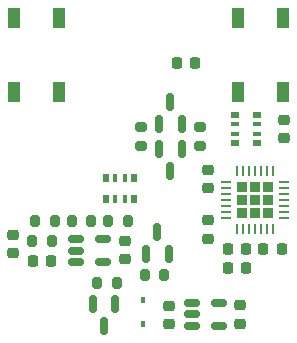
<source format=gtp>
%TF.GenerationSoftware,KiCad,Pcbnew,(6.0.0-0)*%
%TF.CreationDate,2022-10-20T15:52:37+11:00*%
%TF.ProjectId,WLED_Controller,574c4544-5f43-46f6-9e74-726f6c6c6572,rev?*%
%TF.SameCoordinates,Original*%
%TF.FileFunction,Paste,Top*%
%TF.FilePolarity,Positive*%
%FSLAX46Y46*%
G04 Gerber Fmt 4.6, Leading zero omitted, Abs format (unit mm)*
G04 Created by KiCad (PCBNEW (6.0.0-0)) date 2022-10-20 15:52:37*
%MOMM*%
%LPD*%
G01*
G04 APERTURE LIST*
G04 Aperture macros list*
%AMRoundRect*
0 Rectangle with rounded corners*
0 $1 Rounding radius*
0 $2 $3 $4 $5 $6 $7 $8 $9 X,Y pos of 4 corners*
0 Add a 4 corners polygon primitive as box body*
4,1,4,$2,$3,$4,$5,$6,$7,$8,$9,$2,$3,0*
0 Add four circle primitives for the rounded corners*
1,1,$1+$1,$2,$3*
1,1,$1+$1,$4,$5*
1,1,$1+$1,$6,$7*
1,1,$1+$1,$8,$9*
0 Add four rect primitives between the rounded corners*
20,1,$1+$1,$2,$3,$4,$5,0*
20,1,$1+$1,$4,$5,$6,$7,0*
20,1,$1+$1,$6,$7,$8,$9,0*
20,1,$1+$1,$8,$9,$2,$3,0*%
G04 Aperture macros list end*
%ADD10R,0.800000X0.500000*%
%ADD11R,0.800000X0.400000*%
%ADD12R,0.500000X0.800000*%
%ADD13R,0.400000X0.800000*%
%ADD14RoundRect,0.225000X-0.250000X0.225000X-0.250000X-0.225000X0.250000X-0.225000X0.250000X0.225000X0*%
%ADD15RoundRect,0.225000X-0.225000X-0.250000X0.225000X-0.250000X0.225000X0.250000X-0.225000X0.250000X0*%
%ADD16RoundRect,0.200000X-0.275000X0.200000X-0.275000X-0.200000X0.275000X-0.200000X0.275000X0.200000X0*%
%ADD17RoundRect,0.200000X-0.200000X-0.275000X0.200000X-0.275000X0.200000X0.275000X-0.200000X0.275000X0*%
%ADD18RoundRect,0.150000X-0.512500X-0.150000X0.512500X-0.150000X0.512500X0.150000X-0.512500X0.150000X0*%
%ADD19RoundRect,0.225000X0.225000X0.250000X-0.225000X0.250000X-0.225000X-0.250000X0.225000X-0.250000X0*%
%ADD20RoundRect,0.225000X0.250000X-0.225000X0.250000X0.225000X-0.250000X0.225000X-0.250000X-0.225000X0*%
%ADD21RoundRect,0.225000X-0.225000X-0.225000X0.225000X-0.225000X0.225000X0.225000X-0.225000X0.225000X0*%
%ADD22RoundRect,0.062500X-0.337500X-0.062500X0.337500X-0.062500X0.337500X0.062500X-0.337500X0.062500X0*%
%ADD23RoundRect,0.062500X-0.062500X-0.337500X0.062500X-0.337500X0.062500X0.337500X-0.062500X0.337500X0*%
%ADD24R,0.450000X0.600000*%
%ADD25RoundRect,0.200000X0.275000X-0.200000X0.275000X0.200000X-0.275000X0.200000X-0.275000X-0.200000X0*%
%ADD26R,1.000000X1.700000*%
%ADD27RoundRect,0.218750X-0.256250X0.218750X-0.256250X-0.218750X0.256250X-0.218750X0.256250X0.218750X0*%
%ADD28RoundRect,0.150000X0.150000X-0.587500X0.150000X0.587500X-0.150000X0.587500X-0.150000X-0.587500X0*%
%ADD29RoundRect,0.200000X0.200000X0.275000X-0.200000X0.275000X-0.200000X-0.275000X0.200000X-0.275000X0*%
%ADD30RoundRect,0.150000X-0.150000X0.587500X-0.150000X-0.587500X0.150000X-0.587500X0.150000X0.587500X0*%
G04 APERTURE END LIST*
D10*
X69850000Y-107550000D03*
D11*
X69850000Y-109150000D03*
X69850000Y-108350000D03*
D10*
X69850000Y-109950000D03*
D11*
X71650000Y-108350000D03*
D10*
X71650000Y-107550000D03*
D11*
X71650000Y-109150000D03*
D10*
X71650000Y-109950000D03*
D12*
X58900000Y-114700000D03*
D13*
X60500000Y-114700000D03*
X59700000Y-114700000D03*
D12*
X61300000Y-114700000D03*
D13*
X59700000Y-112900000D03*
D12*
X58900000Y-112900000D03*
D13*
X60500000Y-112900000D03*
D12*
X61300000Y-112900000D03*
D14*
X67500000Y-116475000D03*
X67500000Y-118025000D03*
D15*
X72225000Y-118950000D03*
X73775000Y-118950000D03*
X69225000Y-120500000D03*
X70775000Y-120500000D03*
D16*
X61850000Y-108537500D03*
X61850000Y-110187500D03*
D17*
X52925000Y-116500000D03*
X54575000Y-116500000D03*
X59100000Y-116500000D03*
X60750000Y-116500000D03*
D18*
X66212500Y-123500000D03*
X66212500Y-124450000D03*
X66212500Y-125400000D03*
X68487500Y-125400000D03*
X68487500Y-123500000D03*
D19*
X64925000Y-103200000D03*
X66475000Y-103200000D03*
D14*
X70250000Y-123675000D03*
X70250000Y-125225000D03*
D18*
X56362500Y-118100000D03*
X56362500Y-119050000D03*
X56362500Y-120000000D03*
X58637500Y-120000000D03*
X58637500Y-118100000D03*
D20*
X60500000Y-119775000D03*
X60500000Y-118225000D03*
D21*
X70380000Y-115870000D03*
X72620000Y-113630000D03*
X71500000Y-115870000D03*
X70380000Y-113630000D03*
X72620000Y-115870000D03*
X72620000Y-114750000D03*
X70380000Y-114750000D03*
X71500000Y-113630000D03*
X71500000Y-114750000D03*
D22*
X69050000Y-113250000D03*
X69050000Y-113750000D03*
X69050000Y-114250000D03*
X69050000Y-114750000D03*
X69050000Y-115250000D03*
X69050000Y-115750000D03*
X69050000Y-116250000D03*
D23*
X70000000Y-117200000D03*
X70500000Y-117200000D03*
X71000000Y-117200000D03*
X71500000Y-117200000D03*
X72000000Y-117200000D03*
X72500000Y-117200000D03*
X73000000Y-117200000D03*
D22*
X73950000Y-116250000D03*
X73950000Y-115750000D03*
X73950000Y-115250000D03*
X73950000Y-114750000D03*
X73950000Y-114250000D03*
X73950000Y-113750000D03*
X73950000Y-113250000D03*
D23*
X73000000Y-112300000D03*
X72500000Y-112300000D03*
X72000000Y-112300000D03*
X71500000Y-112300000D03*
X71000000Y-112300000D03*
X70500000Y-112300000D03*
X70000000Y-112300000D03*
D24*
X62000000Y-125300000D03*
X62000000Y-123200000D03*
D25*
X66850000Y-110187500D03*
X66850000Y-108537500D03*
D15*
X52725000Y-119950000D03*
X54275000Y-119950000D03*
D20*
X67500000Y-113775000D03*
X67500000Y-112225000D03*
D26*
X51100000Y-105650000D03*
X51100000Y-99350000D03*
X54900000Y-105650000D03*
X54900000Y-99350000D03*
D27*
X74000000Y-107962500D03*
X74000000Y-109537500D03*
D28*
X63400000Y-108300000D03*
X65300000Y-108300000D03*
X64350000Y-106425000D03*
D27*
X51000000Y-117712500D03*
X51000000Y-119287500D03*
D20*
X64250000Y-125275000D03*
X64250000Y-123725000D03*
D29*
X57662500Y-116500000D03*
X56012500Y-116500000D03*
X54325000Y-118250000D03*
X52675000Y-118250000D03*
D17*
X62175000Y-121100000D03*
X63825000Y-121100000D03*
D26*
X73900000Y-105650000D03*
X73900000Y-99350000D03*
X70100000Y-105650000D03*
X70100000Y-99350000D03*
D28*
X62300000Y-119337500D03*
X64200000Y-119337500D03*
X63250000Y-117462500D03*
D19*
X70775000Y-118950000D03*
X69225000Y-118950000D03*
D29*
X59825000Y-121750000D03*
X58175000Y-121750000D03*
D30*
X59700000Y-123562500D03*
X57800000Y-123562500D03*
X58750000Y-125437500D03*
X65300000Y-110425000D03*
X63400000Y-110425000D03*
X64350000Y-112300000D03*
M02*

</source>
